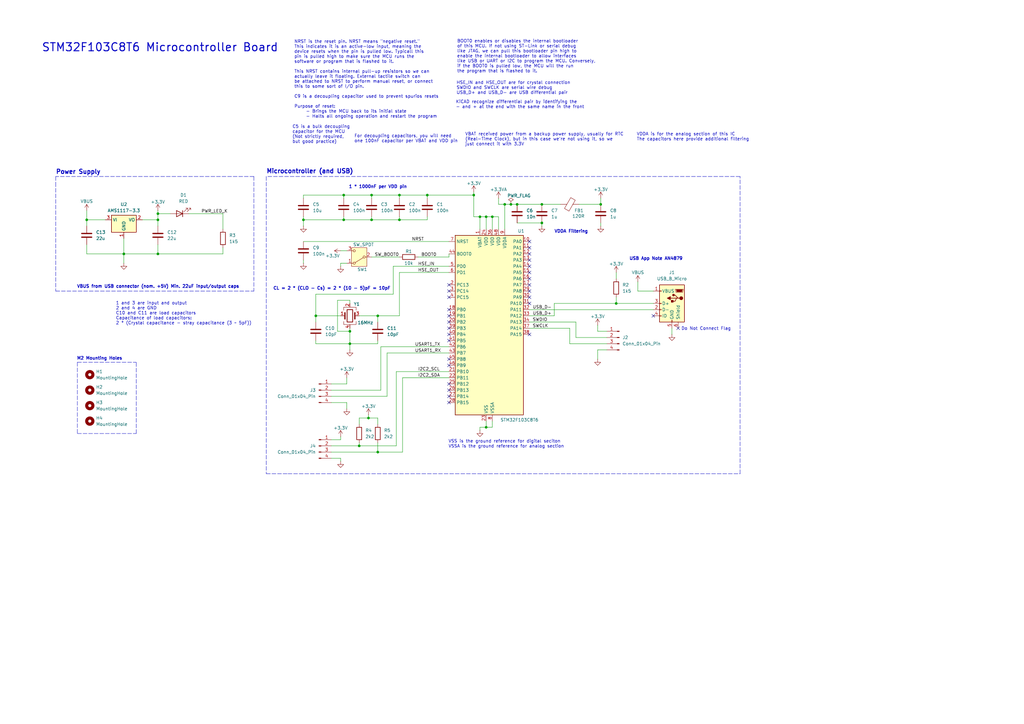
<source format=kicad_sch>
(kicad_sch (version 20231120) (generator "eeschema") (generator_version "8.0")
  (paper "A3")
  (title_block (title "STM32F103C8T6 Microcontroller Board") (date "2024-12-06") (rev "0.1") (company "New York University"))
  (lib_symbols
    (symbol "Connector:Conn_01x04_Pin" (pin_names (offset 1.016) hide)
      (property "Reference" "J" (at 0 5.08 0))
      (property "Value" "Conn_01x04_Pin" (at 0 -7.62 0))
      (symbol "Conn_01x04_Pin_1_1"
        (polyline (pts (xy 1.27 -5.08) (xy 0.8636 -5.08)) (stroke (width 0.1524)))
        (polyline (pts (xy 1.27 -2.54) (xy 0.8636 -2.54)) (stroke (width 0.1524)))
        (polyline (pts (xy 1.27 0) (xy 0.8636 0)) (stroke (width 0.1524)))
        (polyline (pts (xy 1.27 2.54) (xy 0.8636 2.54)) (stroke (width 0.1524)))
        (rectangle (start 0.8636 -4.953) (end 0 -5.207) (stroke (width 0.1524)) (fill (type outline)))
        (rectangle (start 0.8636 -2.413) (end 0 -2.667) (stroke (width 0.1524)) (fill (type outline)))
        (rectangle (start 0.8636 0.127) (end 0 -0.127) (stroke (width 0.1524)) (fill (type outline)))
        (rectangle (start 0.8636 2.667) (end 0 2.413) (stroke (width 0.1524)) (fill (type outline)))
        (pin passive line (at 5.08 2.54 180) (length 3.81) (name "Pin_1") (number "1"))
        (pin passive line (at 5.08 0 180) (length 3.81) (name "Pin_2") (number "2"))
        (pin passive line (at 5.08 -2.54 180) (length 3.81) (name "Pin_3") (number "3"))
        (pin passive line (at 5.08 -5.08 180) (length 3.81) (name "Pin_4") (number "4"))
      )
    )
    (symbol "Connector:USB_B_Micro" (pin_names (offset 1.016))
      (property "Reference" "J" (at -5.08 11.43 0))
      (property "Value" "USB_B_Micro" (at -5.08 8.89 0))
      (symbol "USB_B_Micro_0_1"
        (rectangle (start -5.08 -7.62) (end 5.08 7.62) (stroke (width 0.254)) (fill (type background)))
        (circle (center -3.81 2.159) (radius 0.635) (stroke (width 0.254)) (fill (type outline)))
        (circle (center -0.635 3.429) (radius 0.381) (stroke (width 0.254)) (fill (type outline)))
        (rectangle (start -0.127 -7.62) (end 0.127 -6.858))
        (polyline (pts (xy -1.905 2.159) (xy 0.635 2.159)) (stroke (width 0.254)))
        (polyline (pts (xy -3.175 2.159) (xy -2.54 2.159) (xy -1.27 3.429) (xy -0.635 3.429)) (stroke (width 0.254)))
        (polyline (pts (xy -2.54 2.159) (xy -1.905 2.159) (xy -1.27 0.889) (xy 0 0.889)) (stroke (width 0.254)))
        (polyline (pts (xy 0.635 2.794) (xy 0.635 1.524) (xy 1.905 2.159) (xy 0.635 2.794)) (stroke (width 0.254)) (fill (type outline)))
        (polyline (pts (xy -4.318 5.588) (xy -1.778 5.588) (xy -2.032 4.826) (xy -4.064 4.826) (xy -4.318 5.588)) (fill (type outline)))
        (polyline (pts (xy -4.699 5.842) (xy -4.699 5.588) (xy -4.445 4.826) (xy -4.445 4.572) (xy -1.651 4.572) (xy -1.651 4.826) (xy -1.397 5.588) (xy -1.397 5.842) (xy -4.699 5.842)))
        (rectangle (start 0.254 1.27) (end -0.508 0.508) (stroke (width 0.254)) (fill (type outline)))
        (rectangle (start 5.08 -5.207) (end 4.318 -4.953))
        (rectangle (start 5.08 -2.667) (end 4.318 -2.413))
        (rectangle (start 5.08 -0.127) (end 4.318 0.127))
        (rectangle (start 5.08 4.953) (end 4.318 5.207))
      )
      (symbol "USB_B_Micro_1_1"
        (pin power_out line (at 7.62 5.08 180) (length 2.54) (name "VBUS") (number "1"))
        (pin bidirectional line (at 7.62 -2.54 180) (length 2.54) (name "D-") (number "2"))
        (pin bidirectional line (at 7.62 0 180) (length 2.54) (name "D+") (number "3"))
        (pin passive line (at 7.62 -5.08 180) (length 2.54) (name "ID") (number "4"))
        (pin power_out line (at 0 -10.16 90) (length 2.54) (name "GND") (number "5"))
        (pin passive line (at -2.54 -10.16 90) (length 2.54) (name "Shield") (number "6"))
      )
    )
    (symbol "Device:C" (pin_numbers hide) (pin_names (offset 0.254))
      (property "Reference" "C" (at 0.635 2.54 0))
      (property "Value" "C" (at 0.635 -2.54 0))
      (symbol "C_0_1"
        (polyline (pts (xy -2.032 -0.762) (xy 2.032 -0.762)) (stroke (width 0.508)))
        (polyline (pts (xy -2.032 0.762) (xy 2.032 0.762)) (stroke (width 0.508)))
      )
      (symbol "C_1_1"
        (pin passive line (at 0 3.81 270) (length 2.794) (name "~") (number "1"))
        (pin passive line (at 0 -3.81 90) (length 2.794) (name "~") (number "2"))
      )
    )
    (symbol "Device:Crystal_GND24" (pin_names (offset 1.016) hide)
      (property "Reference" "Y" (at 3.175 5.08 0))
      (property "Value" "Crystal_GND24" (at 3.175 3.175 0))
      (symbol "Crystal_GND24_0_1"
        (rectangle (start -1.143 2.54) (end 1.143 -2.54) (stroke (width 0.3048)))
        (polyline (pts (xy -2.54 0) (xy -2.032 0)))
        (polyline (pts (xy -2.032 -1.27) (xy -2.032 1.27)) (stroke (width 0.508)))
        (polyline (pts (xy 0 -3.81) (xy 0 -3.556)))
        (polyline (pts (xy 0 3.556) (xy 0 3.81)))
        (polyline (pts (xy 2.032 -1.27) (xy 2.032 1.27)) (stroke (width 0.508)))
        (polyline (pts (xy 2.032 0) (xy 2.54 0)))
        (polyline (pts (xy -2.54 -2.286) (xy -2.54 -3.556) (xy 2.54 -3.556) (xy 2.54 -2.286)))
        (polyline (pts (xy -2.54 2.286) (xy -2.54 3.556) (xy 2.54 3.556) (xy 2.54 2.286)))
      )
      (symbol "Crystal_GND24_1_1"
        (pin passive line (at -3.81 0 0) (length 1.27) (name "1") (number "1"))
        (pin passive line (at 0 5.08 270) (length 1.27) (name "2") (number "2"))
        (pin passive line (at 3.81 0 180) (length 1.27) (name "3") (number "3"))
        (pin passive line (at 0 -5.08 90) (length 1.27) (name "4") (number "4"))
      )
    )
    (symbol "Device:FerriteBead" (pin_numbers hide) (pin_names (offset 0))
      (property "Reference" "FB" (at -3.81 0.635 90))
      (property "Value" "FerriteBead" (at 3.81 0 90))
      (symbol "FerriteBead_0_1"
        (polyline (pts (xy 0 -1.27) (xy 0 -1.2192)))
        (polyline (pts (xy 0 1.27) (xy 0 1.2954)))
        (polyline (pts (xy -2.7686 0.4064) (xy -1.7018 2.2606) (xy 2.7686 -0.3048) (xy 1.6764 -2.159) (xy -2.7686 0.4064)))
      )
      (symbol "FerriteBead_1_1"
        (pin passive line (at 0 3.81 270) (length 2.54) (name "~") (number "1"))
        (pin passive line (at 0 -3.81 90) (length 2.54) (name "~") (number "2"))
      )
    )
    (symbol "Device:LED" (pin_numbers hide) (pin_names (offset 1.016) hide)
      (property "Reference" "D" (at 0 2.54 0))
      (property "Value" "LED" (at 0 -2.54 0))
      (symbol "LED_0_1"
        (polyline (pts (xy -1.27 -1.27) (xy -1.27 1.27)) (stroke (width 0.254)))
        (polyline (pts (xy -1.27 0) (xy 1.27 0)))
        (polyline (pts (xy 1.27 -1.27) (xy 1.27 1.27) (xy -1.27 0) (xy 1.27 -1.27)) (stroke (width 0.254)))
        (polyline (pts (xy -3.048 -0.762) (xy -4.572 -2.286) (xy -3.81 -2.286) (xy -4.572 -2.286) (xy -4.572 -1.524)))
        (polyline (pts (xy -1.778 -0.762) (xy -3.302 -2.286) (xy -2.54 -2.286) (xy -3.302 -2.286) (xy -3.302 -1.524)))
      )
      (symbol "LED_1_1"
        (pin passive line (at -3.81 0 0) (length 2.54) (name "K") (number "1"))
        (pin passive line (at 3.81 0 180) (length 2.54) (name "A") (number "2"))
      )
    )
    (symbol "Device:R" (pin_numbers hide) (pin_names (offset 0))
      (property "Reference" "R" (at 2.032 0 90))
      (property "Value" "R" (at 0 0 90))
      (symbol "R_0_1"
        (rectangle (start -1.016 -2.54) (end 1.016 2.54) (stroke (width 0.254)))
      )
      (symbol "R_1_1"
        (pin passive line (at 0 3.81 270) (length 1.27) (name "~") (number "1"))
        (pin passive line (at 0 -3.81 90) (length 1.27) (name "~") (number "2"))
      )
    )
    (symbol "MCU_ST_STM32F1:STM32F103C8Tx"
      (property "Reference" "U" (at -12.7 39.37 0))
      (property "Value" "STM32F103C8Tx" (at 10.16 39.37 0))
      (symbol "STM32F103C8Tx_0_1"
        (rectangle (start -12.7 -35.56) (end 15.24 38.1) (stroke (width 0.254)) (fill (type background)))
      )
      (symbol "STM32F103C8Tx_1_1"
        (pin power_in line (at -2.54 40.64 270) (length 2.54) (name "VBAT") (number "1"))
        (pin bidirectional line (at 17.78 35.56 180) (length 2.54) (name "PA0") (number "10"))
        (pin bidirectional line (at 17.78 33.02 180) (length 2.54) (name "PA1") (number "11"))
        (pin bidirectional line (at 17.78 30.48 180) (length 2.54) (name "PA2") (number "12"))
        (pin bidirectional line (at 17.78 27.94 180) (length 2.54) (name "PA3") (number "13"))
        (pin bidirectional line (at 17.78 25.4 180) (length 2.54) (name "PA4") (number "14"))
        (pin bidirectional line (at 17.78 22.86 180) (length 2.54) (name "PA5") (number "15"))
        (pin bidirectional line (at 17.78 20.32 180) (length 2.54) (name "PA6") (number "16"))
        (pin bidirectional line (at 17.78 17.78 180) (length 2.54) (name "PA7") (number "17"))
        (pin bidirectional line (at -15.24 7.62 0) (length 2.54) (name "PB0") (number "18"))
        (pin bidirectional line (at -15.24 5.08 0) (length 2.54) (name "PB1") (number "19"))
        (pin bidirectional line (at -15.24 17.78 0) (length 2.54) (name "PC13") (number "2"))
        (pin bidirectional line (at -15.24 2.54 0) (length 2.54) (name "PB2") (number "20"))
        (pin bidirectional line (at -15.24 -17.78 0) (length 2.54) (name "PB10") (number "21"))
        (pin bidirectional line (at -15.24 -20.32 0) (length 2.54) (name "PB11") (number "22"))
        (pin power_in line (at 0 -38.1 90) (length 2.54) (name "VSS") (number "23"))
        (pin power_in line (at 0 40.64 270) (length 2.54) (name "VDD") (number "24"))
        (pin bidirectional line (at -15.24 -22.86 0) (length 2.54) (name "PB12") (number "25"))
        (pin bidirectional line (at -15.24 -25.4 0) (length 2.54) (name "PB13") (number "26"))
        (pin bidirectional line (at -15.24 -27.94 0) (length 2.54) (name "PB14") (number "27"))
        (pin bidirectional line (at -15.24 -30.48 0) (length 2.54) (name "PB15") (number "28"))
        (pin bidirectional line (at 17.78 15.24 180) (length 2.54) (name "PA8") (number "29"))
        (pin bidirectional line (at -15.24 15.24 0) (length 2.54) (name "PC14") (number "3"))
        (pin bidirectional line (at 17.78 12.7 180) (length 2.54) (name "PA9") (number "30"))
        (pin bidirectional line (at 17.78 10.16 180) (length 2.54) (name "PA10") (number "31"))
        (pin bidirectional line (at 17.78 7.62 180) (length 2.54) (name "PA11") (number "32"))
        (pin bidirectional line (at 17.78 5.08 180) (length 2.54) (name "PA12") (number "33"))
        (pin bidirectional line (at 17.78 2.54 180) (length 2.54) (name "PA13") (number "34"))
        (pin passive line (at 0 -38.1 90) (length 2.54) hide (name "VSS") (number "35"))
        (pin power_in line (at 2.54 40.64 270) (length 2.54) (name "VDD") (number "36"))
        (pin bidirectional line (at 17.78 0 180) (length 2.54) (name "PA14") (number "37"))
        (pin bidirectional line (at 17.78 -2.54 180) (length 2.54) (name "PA15") (number "38"))
        (pin bidirectional line (at -15.24 0 0) (length 2.54) (name "PB3") (number "39"))
        (pin bidirectional line (at -15.24 12.7 0) (length 2.54) (name "PC15") (number "4"))
        (pin bidirectional line (at -15.24 -2.54 0) (length 2.54) (name "PB4") (number "40"))
        (pin bidirectional line (at -15.24 -5.08 0) (length 2.54) (name "PB5") (number "41"))
        (pin bidirectional line (at -15.24 -7.62 0) (length 2.54) (name "PB6") (number "42"))
        (pin bidirectional line (at -15.24 -10.16 0) (length 2.54) (name "PB7") (number "43"))
        (pin input line (at -15.24 30.48 0) (length 2.54) (name "BOOT0") (number "44"))
        (pin bidirectional line (at -15.24 -12.7 0) (length 2.54) (name "PB8") (number "45"))
        (pin bidirectional line (at -15.24 -15.24 0) (length 2.54) (name "PB9") (number "46"))
        (pin passive line (at 0 -38.1 90) (length 2.54) hide (name "VSS") (number "47"))
        (pin power_in line (at 5.08 40.64 270) (length 2.54) (name "VDD") (number "48"))
        (pin bidirectional line (at -15.24 25.4 0) (length 2.54) (name "PD0") (number "5"))
        (pin bidirectional line (at -15.24 22.86 0) (length 2.54) (name "PD1") (number "6"))
        (pin input line (at -15.24 35.56 0) (length 2.54) (name "NRST") (number "7"))
        (pin power_in line (at 2.54 -38.1 90) (length 2.54) (name "VSSA") (number "8"))
        (pin power_in line (at 7.62 40.64 270) (length 2.54) (name "VDDA") (number "9"))
      )
    )
    (symbol "Mechanical:MountingHole" (pin_names (offset 1.016)) (exclude_from_sim yes) (in_bom no)
      (property "Reference" "H" (at 0 5.08 0))
      (property "Value" "MountingHole" (at 0 3.175 0))
      (symbol "MountingHole_0_1"
        (circle (center 0 0) (radius 1.27) (stroke (width 1.27)))
      )
    )
    (symbol "Regulator_Linear:AMS1117-3.3"
      (property "Reference" "U" (at -3.81 3.175 0))
      (property "Value" "AMS1117-3.3" (at 0 3.175 0))
      (symbol "AMS1117-3.3_0_1"
        (rectangle (start -5.08 -5.08) (end 5.08 1.905) (stroke (width 0.254)) (fill (type background)))
      )
      (symbol "AMS1117-3.3_1_1"
        (pin power_in line (at 0 -7.62 90) (length 2.54) (name "GND") (number "1"))
        (pin power_out line (at 7.62 0 180) (length 2.54) (name "VO") (number "2"))
        (pin power_in line (at -7.62 0 0) (length 2.54) (name "VI") (number "3"))
      )
    )
    (symbol "Switch:SW_SPDT" (pin_names (offset 0) hide)
      (property "Reference" "SW" (at 0 5.08 0))
      (property "Value" "SW_SPDT" (at 0 -5.08 0))
      (symbol "SW_SPDT_0_1"
        (circle (center -2.032 0) (radius 0.4572))
        (polyline (pts (xy -1.651 0.254) (xy 1.651 2.286)))
        (circle (center 2.032 -2.54) (radius 0.4572))
        (circle (center 2.032 2.54) (radius 0.4572))
      )
      (symbol "SW_SPDT_1_1"
        (rectangle (start -3.175 3.81) (end 3.175 -3.81) (fill (type background)))
        (pin passive line (at 5.08 2.54 180) (length 2.54) (name "A") (number "1"))
        (pin passive line (at -5.08 0 0) (length 2.54) (name "B") (number "2"))
        (pin passive line (at 5.08 -2.54 180) (length 2.54) (name "C") (number "3"))
      )
    )
    (symbol "power:+3.3V" (power) (pin_numbers hide) (pin_names (offset 0) hide)
      (property "Value" "+3.3V" (at 0 3.556 0))
      (symbol "+3.3V_0_1"
        (polyline (pts (xy -0.762 1.27) (xy 0 2.54)))
        (polyline (pts (xy 0 0) (xy 0 2.54)))
        (polyline (pts (xy 0 2.54) (xy 0.762 1.27)))
      )
      (symbol "+3.3V_1_1"
        (pin power_in line (at 0 0 90) (length 0) (name "~") (number "1"))
      )
    )
    (symbol "power:+3.3VA" (power) (pin_numbers hide) (pin_names (offset 0) hide)
      (property "Value" "+3.3VA" (at 0 3.556 0))
      (symbol "+3.3VA_0_1"
        (polyline (pts (xy -0.762 1.27) (xy 0 2.54)))
        (polyline (pts (xy 0 0) (xy 0 2.54)))
        (polyline (pts (xy 0 2.54) (xy 0.762 1.27)))
      )
      (symbol "+3.3VA_1_1"
        (pin power_in line (at 0 0 90) (length 0) (name "~") (number "1"))
      )
    )
    (symbol "power:GND" (power) (pin_numbers hide) (pin_names (offset 0) hide)
      (property "Value" "GND" (at 0 -3.81 0))
      (symbol "GND_0_1"
        (polyline (pts (xy 0 0) (xy 0 -1.27) (xy 1.27 -1.27) (xy 0 -2.54) (xy -1.27 -1.27) (xy 0 -1.27)))
      )
      (symbol "GND_1_1"
        (pin power_in line (at 0 0 270) (length 0) (name "~") (number "1"))
      )
    )
    (symbol "power:PWR_FLAG" (power) (pin_numbers hide) (pin_names (offset 0) hide)
      (property "Value" "PWR_FLAG" (at 0 3.81 0))
      (symbol "PWR_FLAG_0_0"
        (pin power_out line (at 0 0 90) (length 0) (name "~") (number "1"))
      )
      (symbol "PWR_FLAG_0_1"
        (polyline (pts (xy 0 0) (xy 0 1.27) (xy -1.016 1.905) (xy 0 2.54) (xy 1.016 1.905) (xy 0 1.27)))
      )
    )
    (symbol "power:VBUS" (power) (pin_numbers hide) (pin_names (offset 0) hide)
      (property "Value" "VBUS" (at 0 3.556 0))
      (symbol "VBUS_0_1"
        (polyline (pts (xy -0.762 1.27) (xy 0 2.54)))
        (polyline (pts (xy 0 0) (xy 0 2.54)))
        (polyline (pts (xy 0 2.54) (xy 0.762 1.27)))
      )
      (symbol "VBUS_1_1"
        (pin power_in line (at 0 0 90) (length 0) (name "~") (number "1"))
      )
    )
  )
  (junction (at 129.54 129.54))
  (junction (at 152.4 80.01))
  (junction (at 163.83 90.17))
  (junction (at 64.77 90.17))
  (junction (at 151.13 171.45))
  (junction (at 199.39 175.26))
  (junction (at 209.55 83.82))
  (junction (at 246.38 83.82))
  (junction (at 147.32 182.88))
  (junction (at 64.77 104.14))
  (junction (at 64.77 87.63))
  (junction (at 201.93 88.9))
  (junction (at 163.83 80.01))
  (junction (at 207.01 83.82))
  (junction (at 222.25 91.44))
  (junction (at 154.94 185.42))
  (junction (at 140.97 80.01))
  (junction (at 154.94 129.54))
  (junction (at 194.31 80.01))
  (junction (at 199.39 88.9))
  (junction (at 50.8 104.14))
  (junction (at 252.73 124.46))
  (junction (at 124.46 90.17))
  (junction (at 196.85 88.9))
  (junction (at 143.51 140.97))
  (junction (at 152.4 90.17))
  (junction (at 175.26 80.01))
  (junction (at 212.09 83.82))
  (junction (at 140.97 90.17))
  (junction (at 35.56 90.17))
  (junction (at 143.51 135.89))
  (junction (at 222.25 83.82))
  (no_connect (at 217.17 109.22))
  (no_connect (at 278.13 134.62))
  (no_connect (at 217.17 104.14))
  (no_connect (at 184.15 165.1))
  (no_connect (at 184.15 127))
  (no_connect (at 184.15 119.38))
  (no_connect (at 184.15 134.62))
  (no_connect (at 184.15 147.32))
  (no_connect (at 217.17 116.84))
  (no_connect (at 184.15 129.54))
  (no_connect (at 217.17 121.92))
  (no_connect (at 217.17 106.68))
  (no_connect (at 184.15 116.84))
  (no_connect (at 217.17 111.76))
  (no_connect (at 184.15 121.92))
  (no_connect (at 217.17 119.38))
  (no_connect (at 184.15 137.16))
  (no_connect (at 217.17 101.6))
  (no_connect (at 217.17 124.46))
  (no_connect (at 184.15 132.08))
  (no_connect (at 267.97 129.54))
  (no_connect (at 184.15 139.7))
  (no_connect (at 184.15 160.02))
  (no_connect (at 184.15 162.56))
  (no_connect (at 184.15 157.48))
  (no_connect (at 217.17 99.06))
  (no_connect (at 217.17 114.3))
  (no_connect (at 217.17 137.16))
  (no_connect (at 184.15 149.86))
  (wire (pts (xy 35.56 92.71) (xy 35.56 90.17)))
  (wire (pts (xy 64.77 90.17) (xy 58.42 90.17)))
  (wire (pts (xy 129.54 129.54) (xy 129.54 120.65)))
  (wire (pts (xy 138.43 135.89) (xy 143.51 135.89)))
  (wire (pts (xy 142.24 107.95) (xy 139.7 107.95)))
  (wire (pts (xy 175.26 90.17) (xy 163.83 90.17)))
  (polyline (pts (xy 118.11 194.31) (xy 303.53 194.31)) (stroke (width 0) (type dash)))
  (wire (pts (xy 267.97 124.46) (xy 252.73 124.46)))
  (polyline (pts (xy 303.53 194.31) (xy 303.53 72.39)) (stroke (width 0) (type dash)))
  (wire (pts (xy 143.51 135.89) (xy 143.51 134.62)))
  (wire (pts (xy 152.4 105.41) (xy 163.83 105.41)))
  (wire (pts (xy 154.94 129.54) (xy 154.94 132.08)))
  (wire (pts (xy 175.26 88.9) (xy 175.26 90.17)))
  (wire (pts (xy 246.38 81.28) (xy 246.38 83.82)))
  (wire (pts (xy 129.54 140.97) (xy 129.54 139.7)))
  (wire (pts (xy 194.31 80.01) (xy 194.31 88.9)))
  (wire (pts (xy 162.56 152.4) (xy 184.15 152.4)))
  (wire (pts (xy 135.89 160.02) (xy 156.21 160.02)))
  (wire (pts (xy 163.83 129.54) (xy 163.83 111.76)))
  (wire (pts (xy 154.94 129.54) (xy 163.83 129.54)))
  (wire (pts (xy 196.85 175.26) (xy 196.85 176.53)))
  (wire (pts (xy 124.46 80.01) (xy 140.97 80.01)))
  (wire (pts (xy 140.97 90.17) (xy 124.46 90.17)))
  (wire (pts (xy 143.51 135.89) (xy 143.51 140.97)))
  (wire (pts (xy 194.31 78.74) (xy 194.31 80.01)))
  (wire (pts (xy 165.1 185.42) (xy 165.1 154.94)))
  (wire (pts (xy 252.73 111.76) (xy 252.73 114.3)))
  (wire (pts (xy 139.7 107.95) (xy 139.7 109.22)))
  (wire (pts (xy 151.13 171.45) (xy 147.32 171.45)))
  (wire (pts (xy 163.83 88.9) (xy 163.83 90.17)))
  (wire (pts (xy 154.94 181.61) (xy 154.94 185.42)))
  (wire (pts (xy 222.25 83.82) (xy 229.87 83.82)))
  (wire (pts (xy 209.55 83.82) (xy 212.09 83.82)))
  (wire (pts (xy 161.29 109.22) (xy 184.15 109.22)))
  (wire (pts (xy 201.93 88.9) (xy 204.47 88.9)))
  (wire (pts (xy 142.24 154.94) (xy 142.24 157.48)))
  (wire (pts (xy 201.93 88.9) (xy 201.93 93.98)))
  (wire (pts (xy 135.89 162.56) (xy 158.75 162.56)))
  (wire (pts (xy 64.77 87.63) (xy 64.77 90.17)))
  (wire (pts (xy 212.09 91.44) (xy 222.25 91.44)))
  (wire (pts (xy 233.68 140.97) (xy 248.92 140.97)))
  (wire (pts (xy 129.54 120.65) (xy 161.29 120.65)))
  (wire (pts (xy 50.8 104.14) (xy 50.8 107.95)))
  (wire (pts (xy 207.01 93.98) (xy 207.01 83.82)))
  (wire (pts (xy 124.46 88.9) (xy 124.46 90.17)))
  (wire (pts (xy 252.73 121.92) (xy 252.73 124.46)))
  (wire (pts (xy 142.24 165.1) (xy 142.24 167.64)))
  (wire (pts (xy 154.94 173.99) (xy 154.94 171.45)))
  (wire (pts (xy 151.13 170.18) (xy 151.13 171.45)))
  (wire (pts (xy 201.93 172.72) (xy 201.93 175.26)))
  (polyline (pts (xy 31.75 148.59) (xy 31.75 177.8)) (stroke (width 0) (type dash)))
  (wire (pts (xy 236.22 138.43) (xy 236.22 132.08)))
  (wire (pts (xy 152.4 80.01) (xy 163.83 80.01)))
  (wire (pts (xy 158.75 144.78) (xy 184.15 144.78)))
  (wire (pts (xy 163.83 80.01) (xy 163.83 81.28)))
  (wire (pts (xy 199.39 175.26) (xy 196.85 175.26)))
  (wire (pts (xy 64.77 87.63) (xy 69.85 87.63)))
  (wire (pts (xy 222.25 91.44) (xy 222.25 92.71)))
  (wire (pts (xy 154.94 185.42) (xy 165.1 185.42)))
  (wire (pts (xy 184.15 104.14) (xy 184.15 105.41)))
  (wire (pts (xy 64.77 92.71) (xy 64.77 90.17)))
  (polyline (pts (xy 109.22 194.31) (xy 118.11 194.31)) (stroke (width 0) (type dash)))
  (wire (pts (xy 196.85 88.9) (xy 199.39 88.9)))
  (wire (pts (xy 261.62 115.57) (xy 261.62 119.38)))
  (wire (pts (xy 124.46 81.28) (xy 124.46 80.01)))
  (wire (pts (xy 154.94 140.97) (xy 154.94 139.7)))
  (wire (pts (xy 204.47 81.28) (xy 204.47 83.82)))
  (wire (pts (xy 207.01 83.82) (xy 209.55 83.82)))
  (wire (pts (xy 135.89 185.42) (xy 154.94 185.42)))
  (wire (pts (xy 64.77 104.14) (xy 91.44 104.14)))
  (polyline (pts (xy 109.22 72.39) (xy 109.22 194.31)) (stroke (width 0) (type dash)))
  (polyline (pts (xy 303.53 72.39) (xy 109.22 72.39)) (stroke (width 0) (type dash)))
  (wire (pts (xy 184.15 99.06) (xy 124.46 99.06)))
  (wire (pts (xy 245.11 143.51) (xy 245.11 147.32)))
  (wire (pts (xy 50.8 104.14) (xy 64.77 104.14)))
  (wire (pts (xy 143.51 124.46) (xy 143.51 123.19)))
  (wire (pts (xy 152.4 88.9) (xy 152.4 90.17)))
  (wire (pts (xy 156.21 142.24) (xy 184.15 142.24)))
  (wire (pts (xy 138.43 123.19) (xy 138.43 135.89)))
  (wire (pts (xy 35.56 104.14) (xy 50.8 104.14)))
  (wire (pts (xy 91.44 93.98) (xy 91.44 87.63)))
  (wire (pts (xy 163.83 90.17) (xy 152.4 90.17)))
  (wire (pts (xy 248.92 138.43) (xy 236.22 138.43)))
  (wire (pts (xy 135.89 182.88) (xy 147.32 182.88)))
  (wire (pts (xy 165.1 154.94) (xy 184.15 154.94)))
  (wire (pts (xy 163.83 80.01) (xy 175.26 80.01)))
  (polyline (pts (xy 31.75 148.59) (xy 55.88 148.59)) (stroke (width 0) (type dash)))
  (wire (pts (xy 199.39 88.9) (xy 199.39 93.98)))
  (wire (pts (xy 217.17 132.08) (xy 236.22 132.08)))
  (wire (pts (xy 152.4 80.01) (xy 152.4 81.28)))
  (wire (pts (xy 162.56 152.4) (xy 162.56 182.88)))
  (wire (pts (xy 135.89 180.34) (xy 139.7 180.34)))
  (wire (pts (xy 139.7 179.07) (xy 139.7 180.34)))
  (wire (pts (xy 143.51 140.97) (xy 154.94 140.97)))
  (polyline (pts (xy 31.75 177.8) (xy 55.88 177.8)) (stroke (width 0) (type dash)))
  (wire (pts (xy 139.7 129.54) (xy 129.54 129.54)))
  (wire (pts (xy 140.97 80.01) (xy 140.97 81.28)))
  (wire (pts (xy 64.77 104.14) (xy 64.77 100.33)))
  (wire (pts (xy 275.59 134.62) (xy 275.59 137.16)))
  (wire (pts (xy 140.97 80.01) (xy 152.4 80.01)))
  (wire (pts (xy 248.92 135.89) (xy 245.11 135.89)))
  (wire (pts (xy 152.4 90.17) (xy 140.97 90.17)))
  (wire (pts (xy 129.54 140.97) (xy 143.51 140.97)))
  (wire (pts (xy 135.89 157.48) (xy 142.24 157.48)))
  (wire (pts (xy 184.15 105.41) (xy 171.45 105.41)))
  (wire (pts (xy 199.39 172.72) (xy 199.39 175.26)))
  (wire (pts (xy 139.7 187.96) (xy 139.7 189.23)))
  (polyline (pts (xy 55.88 177.8) (xy 55.88 148.59)) (stroke (width 0) (type dash)))
  (wire (pts (xy 248.92 143.51) (xy 245.11 143.51)))
  (wire (pts (xy 199.39 175.26) (xy 201.93 175.26)))
  (wire (pts (xy 124.46 90.17) (xy 124.46 92.71)))
  (wire (pts (xy 124.46 106.68) (xy 124.46 107.95)))
  (wire (pts (xy 129.54 129.54) (xy 129.54 132.08)))
  (wire (pts (xy 77.47 87.63) (xy 91.44 87.63)))
  (wire (pts (xy 147.32 181.61) (xy 147.32 182.88)))
  (wire (pts (xy 227.33 124.46) (xy 227.33 129.54)))
  (polyline (pts (xy 104.14 72.39) (xy 22.86 72.39)) (stroke (width 0) (type dash)))
  (wire (pts (xy 135.89 187.96) (xy 139.7 187.96)))
  (wire (pts (xy 204.47 88.9) (xy 204.47 93.98)))
  (wire (pts (xy 246.38 91.44) (xy 246.38 92.71)))
  (wire (pts (xy 147.32 182.88) (xy 162.56 182.88)))
  (wire (pts (xy 154.94 171.45) (xy 151.13 171.45)))
  (polyline (pts (xy 22.86 74.93) (xy 22.86 119.38)) (stroke (width 0) (type dash)))
  (wire (pts (xy 245.11 135.89) (xy 245.11 133.35)))
  (polyline (pts (xy 22.86 72.39) (xy 22.86 74.93)) (stroke (width 0) (type dash)))
  (wire (pts (xy 217.17 129.54) (xy 227.33 129.54)))
  (wire (pts (xy 212.09 83.82) (xy 222.25 83.82)))
  (wire (pts (xy 91.44 101.6) (xy 91.44 104.14)))
  (wire (pts (xy 196.85 88.9) (xy 196.85 93.98)))
  (wire (pts (xy 147.32 129.54) (xy 154.94 129.54)))
  (wire (pts (xy 199.39 88.9) (xy 201.93 88.9)))
  (wire (pts (xy 233.68 134.62) (xy 233.68 140.97)))
  (wire (pts (xy 35.56 86.36) (xy 35.56 90.17)))
  (wire (pts (xy 64.77 86.36) (xy 64.77 87.63)))
  (wire (pts (xy 204.47 83.82) (xy 207.01 83.82)))
  (wire (pts (xy 163.83 111.76) (xy 184.15 111.76)))
  (wire (pts (xy 50.8 97.79) (xy 50.8 104.14)))
  (wire (pts (xy 156.21 160.02) (xy 156.21 142.24)))
  (wire (pts (xy 175.26 80.01) (xy 194.31 80.01)))
  (wire (pts (xy 143.51 140.97) (xy 143.51 143.51)))
  (wire (pts (xy 35.56 90.17) (xy 43.18 90.17)))
  (polyline (pts (xy 22.86 119.38) (xy 104.14 119.38)) (stroke (width 0) (type dash)))
  (wire (pts (xy 161.29 120.65) (xy 161.29 109.22)))
  (wire (pts (xy 139.7 102.87) (xy 142.24 102.87)))
  (wire (pts (xy 175.26 80.01) (xy 175.26 81.28)))
  (wire (pts (xy 135.89 165.1) (xy 142.24 165.1)))
  (wire (pts (xy 267.97 119.38) (xy 261.62 119.38)))
  (wire (pts (xy 143.51 123.19) (xy 138.43 123.19)))
  (wire (pts (xy 217.17 127) (xy 267.97 127)))
  (wire (pts (xy 158.75 162.56) (xy 158.75 144.78)))
  (wire (pts (xy 252.73 124.46) (xy 227.33 124.46)))
  (wire (pts (xy 140.97 88.9) (xy 140.97 90.17)))
  (wire (pts (xy 217.17 134.62) (xy 233.68 134.62)))
  (wire (pts (xy 194.31 88.9) (xy 196.85 88.9)))
  (wire (pts (xy 147.32 171.45) (xy 147.32 173.99)))
  (wire (pts (xy 237.49 83.82) (xy 246.38 83.82)))
  (polyline (pts (xy 104.14 72.39) (xy 104.14 119.38)) (stroke (width 0) (type dash)))
  (wire (pts (xy 35.56 100.33) (xy 35.56 104.14)))
  (rectangle (start 104.14 114.3) (end 104.14 114.3))
  (rectangle (start 104.14 114.3) (end 104.14 114.3))
  (text "BOOT0 enables or disables the internal bootloader\nof this MCU. If not using ST-Link or serial debug\nlike JTAG, we can pull this bootloader pin high to\nenable the internal bootloader to allow interfaces\nlike USB or UART or I2C to program the MCU. Conversely,\nif the BOOT0 is pulled low, the MCU will the run\nthe program that is flashed to it.\n" (at 187.452 23.114 0) (effects (font (size 1.27 1.27)) (justify left)))
  (text "STM32F103C8T6 Microcontroller Board" (at 17.018 19.558 0) (effects (font (size 3.302 3.302) (thickness 0.4064) (bold yes)) (justify left)))
  (text "Do Not Connect Flag\n" (at 279.4 134.874 0) (effects (font (size 1.27 1.27)) (justify left)))
  (text "1 * 1000nF per VDD pin\n" (at 143.002 76.708 0) (effects (font (size 1.27 1.27) (thickness 0.254) (bold yes)) (justify left)))
  (text "CL = 2 * (CLO - Cs) = 2 * (10 - 5)pF = 10pF" (at 112.014 118.364 0) (effects (font (size 1.27 1.27) (thickness 0.254) (bold yes)) (justify left)))
  (text "1 and 3 are input and output\n2 and 4 are GND\nC10 and C11 are load capacitors\nCapacitance of load capacitors:\n2 * (Crystal capacitance - stray capacitance (3 ~ 5pF))" (at 47.498 128.524 0) (effects (font (size 1.27 1.27)) (justify left)))
  (text "C5 is a bulk decoupling \ncapacitor for the MCU\n(Not strictly required,\nbut good practice)" (at 119.888 55.118 0) (effects (font (size 1.27 1.27)) (justify left)))
  (text "VBUS from USB connector (nom. +5V) Min. 22uF input/output caps" (at 31.496 117.602 0) (effects (font (size 1.27 1.27) (thickness 0.254) (bold yes)) (justify left)))
  (text "KiCAD recognize differential pair by identifying the\n- and + at the end with the same name in the front" (at 186.944 42.926 0) (effects (font (size 1.27 1.27)) (justify left)))
  (text "USB App Note AN4879" (at 258.064 106.172 0) (effects (font (size 1.27 1.27) (thickness 0.254) (bold yes)) (justify left)))
  (text "Power Supply\n" (at 22.86 70.612 0) (effects (font (size 1.778 1.778) (thickness 0.3556) (bold yes)) (justify left)))
  (text "VBAT received power from a backup power supply, usually for RTC \n(Real-Time Clock), but in this case we're not using it, so we\njust connect it with 3.3V" (at 190.754 57.15 0) (effects (font (size 1.27 1.27)) (justify left)))
  (text "HSE_IN and HSE_OUT are for crystal connection\nSWDIO and SWCLK are serial wire debug\nUSB_D+ and USB_D- are USB differential pair" (at 187.198 36.068 0) (effects (font (size 1.27 1.27)) (justify left)))
  (text "VDDA Filtering" (at 227.33 94.996 0) (effects (font (size 1.27 1.27) (thickness 0.254) (bold yes)) (justify left)))
  (text "VSS is the ground reference for digital seciton\nVSSA is the ground reference for analog section\n" (at 183.896 182.118 0) (effects (font (size 1.27 1.27)) (justify left)))
  (text "For decoupling capacitors, you will need \none 100nF capacitor per VBAT and VDD pin" (at 145.288 56.896 0) (effects (font (size 1.27 1.27)) (justify left)))
  (text "VDDA is for the analog section of this IC\nThe capacitors here provide additional filtering" (at 261.112 56.134 0) (effects (font (size 1.27 1.27)) (justify left)))
  (text "M2 Mounting Holes" (at 31.496 147.066 0) (effects (font (size 1.27 1.27) (thickness 0.254) (bold yes)) (justify left)))
  (text "Microcontroller (and USB)\n" (at 109.22 70.358 0) (effects (font (size 1.778 1.778) (thickness 0.3556) (bold yes)) (justify left)))
  (text "NRST is the reset pin. NRST means \"negative reset.\" \nThis indicates it is an active-low input, meaning the \ndevice resets when the pin is pulled low. Typicall this\npin is pulled high to make sure the MCU runs the \nsoftware or program that is flashed to it. \n\nThis NRST contains internal pull-up resistors so we can\nactually leave it floating. External tactile switch can\nbe attached to NRST to perform manual reset, or connect\nthis to some sort of I/O pin. \n\nC9 is a decoupling capacitor used to prevent spurios resets\n\nPurpose of reset:\n	- Brings the MCU back to its initial state\n	- Halts all ongoing operation and restart the program\n" (at 120.65 32.512 0) (effects (font (size 1.27 1.27)) (justify left)))
  (label "SW_BOOT0" (at 153.67 105.41 0))
  (label "USART1_RX" (at 170.18 144.78 0))
  (label "PWR_LED_K" (at 82.55 87.63 0))
  (label "USB_D+" (at 218.44 129.54 0))
  (label "I2C2_SDA" (at 171.45 154.94 0))
  (label "NRST" (at 168.91 99.06 0))
  (label "USB_D-" (at 218.44 127 0))
  (label "SWCLK" (at 218.44 134.62 0))
  (label "SWDIO" (at 218.44 132.08 0))
  (label "BOOT0" (at 172.72 105.41 0))
  (label "HSE_IN" (at 171.45 109.22 0))
  (label "HSE_OUT" (at 171.45 111.76 0))
  (label "I2C2_SCL" (at 171.45 152.4 0))
  (label "USART1_TX" (at 170.18 142.24 0))
  (symbol (lib_id "Device:C") (at 129.54 135.89 0) (unit 1)
    (property "Reference" "C10" (at 133.35 134.6199 0) (effects (justify left)))
    (property "Value" "10pF" (at 133.35 137.1599 0) (effects (justify left)))
    (property "Footprint" "Capacitor_SMD:C_0402_1005Metric" (effects (hide yes)))
    (property "Description" "Unpolarized capacitor" (effects (hide yes)))
  )
  (symbol (lib_id "Device:C") (at 124.46 102.87 0) (unit 1)
    (property "Reference" "C9" (at 128.27 101.5999 0) (effects (justify left)))
    (property "Value" "100n" (at 128.27 104.1399 0) (effects (justify left)))
    (property "Footprint" "Capacitor_SMD:C_0402_1005Metric" (effects (hide yes)))
    (property "Description" "Unpolarized capacitor" (effects (hide yes)))
  )
  (symbol (lib_id "power:GND") (at 196.85 176.53 0) (unit 1)
    (property "Reference" "#PWR01" (effects (hide yes)))
    (property "Value" "GND" (effects (hide yes)))
    (property "Description" "Power symbol creates a global label with name \"GND\" , ground" (effects (hide yes)))
  )
  (symbol (lib_id "power:+3.3V") (at 151.13 170.18 0) (unit 1)
    (property "Reference" "#PWR024" (effects (hide yes)))
    (property "Value" "+3.3V" (at 151.13 166.624 0))
    (property "Description" "Power symbol creates a global label with name \"+3.3V\"" (effects (hide yes)))
  )
  (symbol (lib_id "Device:LED") (at 73.66 87.63 180) (unit 1)
    (property "Reference" "D1" (at 75.2475 80.01 0))
    (property "Value" "RED" (at 75.2475 82.55 0))
    (property "Footprint" "LED_SMD:LED_0603_1608Metric" (effects (hide yes)))
    (property "Description" "Light emitting diode" (effects (hide yes)))
  )
  (symbol (lib_id "Device:Crystal_GND24") (at 143.51 129.54 0) (unit 1)
    (property "Reference" "Y1" (at 146.304 124.714 0))
    (property "Value" "16MHz" (at 149.86 132.334 0))
    (property "Footprint" "Crystal:Crystal_SMD_3225-4Pin_3.2x2.5mm" (effects (hide yes)))
    (property "Description" "Four pin crystal, GND on pins 2 and 4" (effects (hide yes)))
  )
  (symbol (lib_id "power:+3.3V") (at 252.73 111.76 0) (unit 1)
    (property "Reference" "#PWR014" (effects (hide yes)))
    (property "Value" "+3.3V" (at 252.73 108.204 0))
    (property "Description" "Power symbol creates a global label with name \"+3.3V\"" (effects (hide yes)))
  )
  (symbol (lib_id "Connector:USB_B_Micro") (at 275.59 124.46 0) (mirror y) (unit 1)
    (property "Reference" "J1" (at 275.59 111.76 0))
    (property "Value" "USB_B_Micro" (at 275.59 114.3 0))
    (property "Footprint" "Connector_USB:USB_Micro-B_Wuerth_629105150521" (effects (hide yes)))
    (property "Description" "USB Micro Type B connector" (effects (hide yes)))
  )
  (symbol (lib_id "Mechanical:MountingHole") (at 36.83 153.67 0) (unit 1) (exclude_from_sim yes) (in_bom no)
    (property "Reference" "H1" (at 39.37 152.3999 0) (effects (justify left)))
    (property "Value" "MountingHole" (at 39.37 154.9399 0) (effects (justify left)))
    (property "Footprint" "MountingHole:MountingHole_2.2mm_M2" (effects (hide yes)))
    (property "Description" "Mounting Hole without connection" (effects (hide yes)))
  )
  (symbol (lib_id "Regulator_Linear:AMS1117-3.3") (at 50.8 90.17 0) (unit 1)
    (property "Reference" "U2" (at 50.8 83.82 0))
    (property "Value" "AMS1117-3.3" (at 50.8 86.36 0))
    (property "Footprint" "Package_TO_SOT_SMD:SOT-223-3_TabPin2" (effects (hide yes)))
    (property "Datasheet" "http://www.advanced-monolithic.com/pdf/ds1117.pdf" (effects (hide yes)))
    (property "Description" "1A Low Dropout regulator, positive, 3.3V fixed output, SOT-223" (effects (hide yes)))
  )
  (symbol (lib_id "power:+3.3V") (at 245.11 133.35 0) (unit 1)
    (property "Reference" "#PWR015" (effects (hide yes)))
    (property "Value" "+3.3V" (at 245.11 129.794 0))
    (property "Description" "Power symbol creates a global label with name \"+3.3V\"" (effects (hide yes)))
  )
  (symbol (lib_id "power:GND") (at 222.25 92.71 0) (unit 1)
    (property "Reference" "#PWR05" (effects (hide yes)))
    (property "Value" "GND" (effects (hide yes)))
    (property "Description" "Power symbol creates a global label with name \"GND\" , ground" (effects (hide yes)))
  )
  (symbol (lib_id "Device:C") (at 140.97 85.09 0) (unit 1)
    (property "Reference" "C4" (at 144.78 83.8199 0) (effects (justify left)))
    (property "Value" "100n" (at 144.78 86.3599 0) (effects (justify left)))
    (property "Footprint" "Capacitor_SMD:C_0402_1005Metric" (effects (hide yes)))
    (property "Description" "Unpolarized capacitor" (effects (hide yes)))
  )
  (symbol (lib_id "power:GND") (at 139.7 109.22 0) (unit 1)
    (property "Reference" "#PWR09" (effects (hide yes)))
    (property "Value" "GND" (effects (hide yes)))
    (property "Description" "Power symbol creates a global label with name \"GND\" , ground" (effects (hide yes)))
  )
  (symbol (lib_id "power:PWR_FLAG") (at 209.55 83.82 0) (unit 1)
    (property "Reference" "#FLG01" (effects (hide yes)))
    (property "Value" "PWR_FLAG" (at 212.852 80.264 0))
    (property "Description" "Special symbol for telling ERC where power comes from" (effects (hide yes)))
  )
  (symbol (lib_id "Device:FerriteBead") (at 233.68 83.82 270) (unit 1)
    (property "Reference" "FB1" (at 237.49 86.36 90))
    (property "Value" "120R" (at 237.236 88.646 90))
    (property "Footprint" "Inductor_SMD:L_0603_1608Metric" (effects (hide yes)))
    (property "Description" "Ferrite bead" (effects (hide yes)))
  )
  (symbol (lib_id "MCU_ST_STM32F1:STM32F103C8Tx") (at 199.39 134.62 0) (unit 1)
    (property "Reference" "U1" (at 212.344 94.742 0) (effects (justify left)))
    (property "Value" "STM32F103C8T6" (at 205.232 172.212 0) (effects (justify left)))
    (property "Footprint" "Package_QFP:LQFP-48_7x7mm_P0.5mm" (effects (hide yes)))
    (property "Datasheet" "https://www.st.com/resource/en/datasheet/stm32f103c8.pdf" (effects (hide yes)))
    (property "Description" "STMicroelectronics Arm Cortex-M3 MCU, 64KB flash, 20KB RAM, 72 MHz, 2.0-3.6V, 37 GPIO, LQFP48" (effects (hide yes)))
  )
  (symbol (lib_id "Device:R") (at 91.44 97.79 0) (unit 1)
    (property "Reference" "R3" (at 93.98 96.5199 0) (effects (justify left)))
    (property "Value" "1k5" (at 93.98 99.0599 0) (effects (justify left)))
    (property "Footprint" "Resistor_SMD:R_0402_1005Metric" (effects (hide yes)))
    (property "Description" "Resistor" (effects (hide yes)))
  )
  (symbol (lib_id "power:VBUS") (at 261.62 115.57 0) (unit 1)
    (property "Reference" "#PWR013" (effects (hide yes)))
    (property "Value" "VBUS" (at 261.62 111.76 0))
    (property "Description" "Power symbol creates a global label with name \"VBUS\"" (effects (hide yes)))
  )
  (symbol (lib_id "power:GND") (at 124.46 107.95 0) (unit 1)
    (property "Reference" "#PWR08" (effects (hide yes)))
    (property "Value" "GND" (effects (hide yes)))
    (property "Description" "Power symbol creates a global label with name \"GND\" , ground" (effects (hide yes)))
  )
  (symbol (lib_id "power:VBUS") (at 35.56 86.36 0) (unit 1)
    (property "Reference" "#PWR018" (effects (hide yes)))
    (property "Value" "VBUS" (at 35.56 82.55 0))
    (property "Description" "Power symbol creates a global label with name \"VBUS\"" (effects (hide yes)))
  )
  (symbol (lib_id "Device:R") (at 154.94 177.8 0) (unit 1)
    (property "Reference" "R5" (at 157.48 176.5299 0) (effects (justify left)))
    (property "Value" "2k2" (at 157.48 179.0699 0) (effects (justify left)))
    (property "Footprint" "Resistor_SMD:R_0402_1005Metric" (effects (hide yes)))
    (property "Description" "Resistor" (effects (hide yes)))
  )
  (symbol (lib_id "power:+3.3V") (at 139.7 102.87 90) (unit 1)
    (property "Reference" "#PWR010" (effects (hide yes)))
    (property "Value" "+3.3V" (at 136.398 104.902 90))
    (property "Description" "Power symbol creates a global label with name \"+3.3V\"" (effects (hide yes)))
  )
  (symbol (lib_id "power:+3.3V") (at 194.31 78.74 0) (unit 1)
    (property "Reference" "#PWR02" (effects (hide yes)))
    (property "Value" "+3.3V" (at 194.31 75.184 0))
    (property "Description" "Power symbol creates a global label with name \"+3.3V\"" (effects (hide yes)))
  )
  (symbol (lib_id "power:+3.3V") (at 64.77 86.36 0) (unit 1)
    (property "Reference" "#PWR019" (effects (hide yes)))
    (property "Value" "+3.3V" (at 64.77 82.804 0))
    (property "Description" "Power symbol creates a global label with name \"+3.3V\"" (effects (hide yes)))
  )
  (symbol (lib_id "power:GND") (at 245.11 147.32 0) (unit 1)
    (property "Reference" "#PWR016" (effects (hide yes)))
    (property "Value" "GND" (effects (hide yes)))
    (property "Description" "Power symbol creates a global label with name \"GND\" , ground" (effects (hide yes)))
  )
  (symbol (lib_id "power:GND") (at 275.59 137.16 0) (unit 1)
    (property "Reference" "#PWR012" (effects (hide yes)))
    (property "Value" "GND" (effects (hide yes)))
    (property "Description" "Power symbol creates a global label with name \"GND\" , ground" (effects (hide yes)))
  )
  (symbol (lib_id "Device:R") (at 147.32 177.8 0) (unit 1)
    (property "Reference" "R4" (at 149.86 176.5299 0) (effects (justify left)))
    (property "Value" "2k2" (at 149.86 179.0699 0) (effects (justify left)))
    (property "Footprint" "Resistor_SMD:R_0402_1005Metric" (effects (hide yes)))
    (property "Description" "Resistor" (effects (hide yes)))
  )
  (symbol (lib_id "Device:C") (at 35.56 96.52 0) (unit 1)
    (property "Reference" "C13" (at 39.37 95.2499 0) (effects (justify left)))
    (property "Value" "22u" (at 39.37 97.7899 0) (effects (justify left)))
    (property "Footprint" "Capacitor_SMD:C_0805_2012Metric" (effects (hide yes)))
    (property "Description" "Unpolarized capacitor" (effects (hide yes)))
  )
  (symbol (lib_id "power:GND") (at 139.7 189.23 0) (unit 1)
    (property "Reference" "#PWR022" (effects (hide yes)))
    (property "Value" "GND" (effects (hide yes)))
    (property "Description" "Power symbol creates a global label with name \"GND\" , ground" (effects (hide yes)))
  )
  (symbol (lib_id "Device:C") (at 212.09 87.63 0) (unit 1)
    (property "Reference" "C6" (at 215.9 86.3599 0) (effects (justify left)))
    (property "Value" "10n" (at 215.9 88.8999 0) (effects (justify left)))
    (property "Footprint" "Capacitor_SMD:C_0402_1005Metric" (effects (hide yes)))
    (property "Description" "Unpolarized capacitor" (effects (hide yes)))
  )
  (symbol (lib_id "power:+3.3V") (at 246.38 81.28 0) (unit 1)
    (property "Reference" "#PWR07" (effects (hide yes)))
    (property "Value" "+3.3V" (at 246.38 77.724 0))
    (property "Description" "Power symbol creates a global label with name \"+3.3V\"" (effects (hide yes)))
  )
  (symbol (lib_id "Connector:Conn_01x04_Pin") (at 130.81 160.02 0) (unit 1)
    (property "Reference" "J3" (at 129.54 160.0199 0) (effects (justify right)))
    (property "Value" "Conn_01x04_Pin" (at 129.54 162.5599 0) (effects (justify right)))
    (property "Footprint" "Connector_PinHeader_2.54mm:PinHeader_1x04_P2.54mm_Vertical" (effects (hide yes)))
    (property "Description" "Generic connector, single row, 01x04, script generated" (effects (hide yes)))
  )
  (symbol (lib_id "power:+3.3V") (at 142.24 154.94 0) (unit 1)
    (property "Reference" "#PWR021" (effects (hide yes)))
    (property "Value" "+3.3V" (at 142.24 151.384 0))
    (property "Description" "Power symbol creates a global label with name \"+3.3V\"" (effects (hide yes)))
  )
  (symbol (lib_id "Mechanical:MountingHole") (at 36.83 172.72 0) (unit 1) (exclude_from_sim yes) (in_bom no)
    (property "Reference" "H4" (at 39.37 171.4499 0) (effects (justify left)))
    (property "Value" "MountingHole" (at 39.37 173.9899 0) (effects (justify left)))
    (property "Footprint" "MountingHole:MountingHole_2.2mm_M2" (effects (hide yes)))
    (property "Description" "Mounting Hole without connection" (effects (hide yes)))
  )
  (symbol (lib_id "Connector:Conn_01x04_Pin") (at 254 138.43 0) (mirror y) (unit 1)
    (property "Reference" "J2" (at 255.27 138.4299 0) (effects (justify right)))
    (property "Value" "Conn_01x04_Pin" (at 255.27 140.9699 0) (effects (justify right)))
    (property "Footprint" "Connector_PinHeader_2.54mm:PinHeader_1x04_P2.54mm_Vertical" (effects (hide yes)))
    (property "Description" "Generic connector, single row, 01x04, script generated" (effects (hide yes)))
  )
  (symbol (lib_id "Device:C") (at 152.4 85.09 0) (unit 1)
    (property "Reference" "C3" (at 156.21 83.8199 0) (effects (justify left)))
    (property "Value" "100n" (at 156.21 86.3599 0) (effects (justify left)))
    (property "Footprint" "Capacitor_SMD:C_0402_1005Metric" (effects (hide yes)))
    (property "Description" "Unpolarized capacitor" (effects (hide yes)))
  )
  (symbol (lib_id "Device:C") (at 154.94 135.89 0) (unit 1)
    (property "Reference" "C11" (at 158.75 134.6199 0) (effects (justify left)))
    (property "Value" "10pF" (at 158.75 137.1599 0) (effects (justify left)))
    (property "Footprint" "Capacitor_SMD:C_0402_1005Metric" (effects (hide yes)))
    (property "Description" "Unpolarized capacitor" (effects (hide yes)))
  )
  (symbol (lib_id "power:+3.3V") (at 139.7 179.07 0) (unit 1)
    (property "Reference" "#PWR023" (effects (hide yes)))
    (property "Value" "+3.3V" (at 139.7 175.514 0))
    (property "Description" "Power symbol creates a global label with name \"+3.3V\"" (effects (hide yes)))
  )
  (symbol (lib_id "Device:C") (at 163.83 85.09 0) (unit 1)
    (property "Reference" "C2" (at 167.64 83.8199 0) (effects (justify left)))
    (property "Value" "100n" (at 167.64 86.3599 0) (effects (justify left)))
    (property "Footprint" "Capacitor_SMD:C_0402_1005Metric" (effects (hide yes)))
    (property "Description" "Unpolarized capacitor" (effects (hide yes)))
  )
  (symbol (lib_id "power:+3.3VA") (at 204.47 81.28 0) (unit 1)
    (property "Reference" "#PWR04" (effects (hide yes)))
    (property "Value" "+3.3VA" (at 204.47 77.724 0))
    (property "Description" "Power symbol creates a global label with name \"+3.3VA\"" (effects (hide yes)))
  )
  (symbol (lib_id "Device:R") (at 252.73 118.11 0) (unit 1)
    (property "Reference" "R2" (at 255.27 116.8399 0) (effects (justify left)))
    (property "Value" "1k5" (at 255.27 119.3799 0) (effects (justify left)))
    (property "Footprint" "Resistor_SMD:R_0402_1005Metric" (effects (hide yes)))
    (property "Description" "Resistor" (effects (hide yes)))
  )
  (symbol (lib_id "power:GND") (at 124.46 92.71 0) (unit 1)
    (property "Reference" "#PWR03" (effects (hide yes)))
    (property "Value" "GND" (effects (hide yes)))
    (property "Description" "Power symbol creates a global label with name \"GND\" , ground" (effects (hide yes)))
  )
  (symbol (lib_id "power:GND") (at 143.51 143.51 0) (unit 1)
    (property "Reference" "#PWR011" (effects (hide yes)))
    (property "Value" "GND" (effects (hide yes)))
    (property "Description" "Power symbol creates a global label with name \"GND\" , ground" (effects (hide yes)))
  )
  (symbol (lib_id "Mechanical:MountingHole") (at 36.83 160.02 0) (unit 1) (exclude_from_sim yes) (in_bom no)
    (property "Reference" "H2" (at 39.37 158.7499 0) (effects (justify left)))
    (property "Value" "MountingHole" (at 39.37 161.2899 0) (effects (justify left)))
    (property "Footprint" "MountingHole:MountingHole_2.2mm_M2" (effects (hide yes)))
    (property "Description" "Mounting Hole without connection" (effects (hide yes)))
  )
  (symbol (lib_id "Device:C") (at 175.26 85.09 0) (unit 1)
    (property "Reference" "C1" (at 179.07 83.8199 0) (effects (justify left)))
    (property "Value" "100n" (at 179.07 86.3599 0) (effects (justify left)))
    (property "Footprint" "Capacitor_SMD:C_0402_1005Metric" (effects (hide yes)))
    (property "Description" "Unpolarized capacitor" (effects (hide yes)))
  )
  (symbol (lib_id "power:GND") (at 246.38 92.71 0) (unit 1)
    (property "Reference" "#PWR06" (effects (hide yes)))
    (property "Value" "GND" (effects (hide yes)))
    (property "Description" "Power symbol creates a global label with name \"GND\" , ground" (effects (hide yes)))
  )
  (symbol (lib_id "Switch:SW_SPDT") (at 147.32 105.41 180) (unit 1)
    (property "Reference" "SW1" (at 148.59 110.49 0))
    (property "Value" "SW_SPDT" (at 149.098 100.33 0))
    (property "Footprint" "Button_Switch_SMD:SW_SPDT_PCM12" (effects (hide yes)))
    (property "Description" "Switch, single pole double throw" (effects (hide yes)))
  )
  (symbol (lib_id "Device:R") (at 167.64 105.41 90) (unit 1)
    (property "Reference" "R1" (at 167.64 103.124 90))
    (property "Value" "10k" (at 167.64 107.95 90))
    (property "Footprint" "Resistor_SMD:R_0402_1005Metric" (effects (hide yes)))
    (property "Description" "Resistor" (effects (hide yes)))
  )
  (symbol (lib_id "Mechanical:MountingHole") (at 36.83 166.37 0) (unit 1) (exclude_from_sim yes) (in_bom no)
    (property "Reference" "H3" (at 39.37 165.0999 0) (effects (justify left)))
    (property "Value" "MountingHole" (at 39.37 167.6399 0) (effects (justify left)))
    (property "Footprint" "MountingHole:MountingHole_2.2mm_M2" (effects (hide yes)))
    (property "Description" "Mounting Hole without connection" (effects (hide yes)))
  )
  (symbol (lib_id "Connector:Conn_01x04_Pin") (at 130.81 182.88 0) (unit 1)
    (property "Reference" "J4" (at 129.54 182.8799 0) (effects (justify right)))
    (property "Value" "Conn_01x04_Pin" (at 129.54 185.4199 0) (effects (justify right)))
    (property "Footprint" "Connector_PinHeader_2.54mm:PinHeader_1x04_P2.54mm_Vertical" (effects (hide yes)))
    (property "Description" "Generic connector, single row, 01x04, script generated" (effects (hide yes)))
  )
  (symbol (lib_id "Device:C") (at 222.25 87.63 0) (unit 1)
    (property "Reference" "C7" (at 226.06 86.3599 0) (effects (justify left)))
    (property "Value" "1u" (at 226.06 88.8999 0) (effects (justify left)))
    (property "Footprint" "Capacitor_SMD:C_0402_1005Metric" (effects (hide yes)))
    (property "Description" "Unpolarized capacitor" (effects (hide yes)))
  )
  (symbol (lib_id "Device:C") (at 124.46 85.09 0) (unit 1)
    (property "Reference" "C5" (at 128.27 83.8199 0) (effects (justify left)))
    (property "Value" "10u" (at 128.27 86.3599 0) (effects (justify left)))
    (property "Footprint" "Capacitor_SMD:C_0201_0603Metric" (effects (hide yes)))
    (property "Description" "Unpolarized capacitor" (effects (hide yes)))
  )
  (symbol (lib_id "Device:C") (at 246.38 87.63 0) (unit 1)
    (property "Reference" "C8" (at 250.19 86.3599 0) (effects (justify left)))
    (property "Value" "1u" (at 250.19 88.8999 0) (effects (justify left)))
    (property "Footprint" "Capacitor_SMD:C_0402_1005Metric" (effects (hide yes)))
    (property "Description" "Unpolarized capacitor" (effects (hide yes)))
  )
  (symbol (lib_id "power:GND") (at 50.8 107.95 0) (unit 1)
    (property "Reference" "#PWR017" (effects (hide yes)))
    (property "Value" "GND" (effects (hide yes)))
    (property "Description" "Power symbol creates a global label with name \"GND\" , ground" (effects (hide yes)))
  )
  (symbol (lib_id "Device:C") (at 64.77 96.52 0) (unit 1)
    (property "Reference" "C12" (at 68.58 95.2499 0) (effects (justify left)))
    (property "Value" "22u" (at 68.58 97.7899 0) (effects (justify left)))
    (property "Footprint" "Capacitor_SMD:C_0805_2012Metric" (effects (hide yes)))
    (property "Description" "Unpolarized capacitor" (effects (hide yes)))
  )
  (symbol (lib_id "power:GND") (at 142.24 167.64 0) (unit 1)
    (property "Reference" "#PWR020" (effects (hide yes)))
    (property "Value" "GND" (effects (hide yes)))
    (property "Description" "Power symbol creates a global label with name \"GND\" , ground" (effects (hide yes)))
  )
)
</source>
